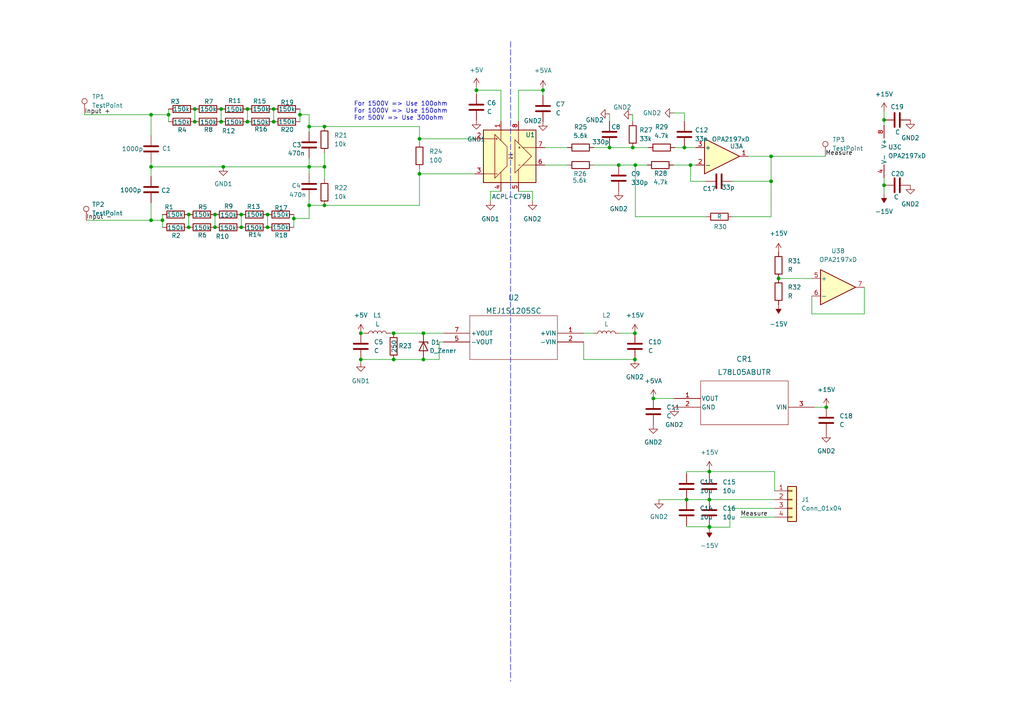
<source format=kicad_sch>
(kicad_sch (version 20211123) (generator eeschema)
  (paper "A4")
  (lib_symbols
    (symbol "Amplifier_Operational:OPA2197xD" (pin_names (offset 0.127))
      (property "Reference" "U" (at 2.54 6.35 0))
      (property "Value" "OPA2197xD" (at 2.54 3.81 0))
      (symbol "OPA2197xD_1_1"
        (polyline (pts (xy 5.08 0) (xy -5.08 5.08) (xy -5.08 -5.08) (xy 5.08 0)) (stroke (width 0.254)) (fill (type background)))
        (pin output line (at 7.62 0 180) (length 2.54) (name "~") (number "1"))
        (pin input line (at -7.62 -2.54 0) (length 2.54) (name "-") (number "2"))
        (pin input line (at -7.62 2.54 0) (length 2.54) (name "+") (number "3"))
      )
      (symbol "OPA2197xD_2_1"
        (polyline (pts (xy 5.08 0) (xy -5.08 5.08) (xy -5.08 -5.08) (xy 5.08 0)) (stroke (width 0.254)) (fill (type background)))
        (pin input line (at -7.62 2.54 0) (length 2.54) (name "+") (number "5"))
        (pin input line (at -7.62 -2.54 0) (length 2.54) (name "-") (number "6"))
        (pin output line (at 7.62 0 180) (length 2.54) (name "~") (number "7"))
      )
      (symbol "OPA2197xD_3_1"
        (pin power_in line (at 0 -7.62 90) (length 3.81) (name "V-") (number "4"))
        (pin power_in line (at 0 7.62 270) (length 3.81) (name "V+") (number "8"))
      )
    )
    (symbol "Connector:TestPoint" (pin_numbers hide) (pin_names (offset 0.762) hide)
      (property "Reference" "TP" (at 0 6.858 0))
      (property "Value" "TestPoint" (at 0 5.08 0))
      (symbol "TestPoint_0_1"
        (circle (center 0 3.302) (radius 0.762))
      )
      (symbol "TestPoint_1_1"
        (pin passive line (at 0 0 90) (length 2.54) (name "1") (number "1"))
      )
    )
    (symbol "Connector_Generic:Conn_01x04" (pin_names (offset 1.016) hide)
      (property "Reference" "J" (at 0 5.08 0))
      (property "Value" "Conn_01x04" (at 0 -7.62 0))
      (symbol "Conn_01x04_1_1"
        (rectangle (start -1.27 -4.953) (end 0 -5.207) (stroke (width 0.1524)))
        (rectangle (start -1.27 -2.413) (end 0 -2.667) (stroke (width 0.1524)))
        (rectangle (start -1.27 0.127) (end 0 -0.127) (stroke (width 0.1524)))
        (rectangle (start -1.27 2.667) (end 0 2.413) (stroke (width 0.1524)))
        (rectangle (start -1.27 3.81) (end 1.27 -6.35) (stroke (width 0.254)) (fill (type background)))
        (pin passive line (at -5.08 2.54 0) (length 3.81) (name "Pin_1") (number "1"))
        (pin passive line (at -5.08 0 0) (length 3.81) (name "Pin_2") (number "2"))
        (pin passive line (at -5.08 -2.54 0) (length 3.81) (name "Pin_3") (number "3"))
        (pin passive line (at -5.08 -5.08 0) (length 3.81) (name "Pin_4") (number "4"))
      )
    )
    (symbol "Device:C" (pin_numbers hide) (pin_names (offset 0.254))
      (property "Reference" "C" (at 0.635 2.54 0))
      (property "Value" "C" (at 0.635 -2.54 0))
      (symbol "C_0_1"
        (polyline (pts (xy -2.032 -0.762) (xy 2.032 -0.762)) (stroke (width 0.508)))
        (polyline (pts (xy -2.032 0.762) (xy 2.032 0.762)) (stroke (width 0.508)))
      )
      (symbol "C_1_1"
        (pin passive line (at 0 3.81 270) (length 2.794) (name "~") (number "1"))
        (pin passive line (at 0 -3.81 90) (length 2.794) (name "~") (number "2"))
      )
    )
    (symbol "Device:D_Zener" (pin_numbers hide) (pin_names (offset 1.016) hide)
      (property "Reference" "D" (at 0 2.54 0))
      (property "Value" "D_Zener" (at 0 -2.54 0))
      (symbol "D_Zener_0_1"
        (polyline (pts (xy 1.27 0) (xy -1.27 0)))
        (polyline (pts (xy -1.27 -1.27) (xy -1.27 1.27) (xy -0.762 1.27)) (stroke (width 0.254)))
        (polyline (pts (xy 1.27 -1.27) (xy 1.27 1.27) (xy -1.27 0) (xy 1.27 -1.27)) (stroke (width 0.254)))
      )
      (symbol "D_Zener_1_1"
        (pin passive line (at -3.81 0 0) (length 2.54) (name "K") (number "1"))
        (pin passive line (at 3.81 0 180) (length 2.54) (name "A") (number "2"))
      )
    )
    (symbol "Device:L" (pin_numbers hide) (pin_names (offset 1.016) hide)
      (property "Reference" "L" (at -1.27 0 90))
      (property "Value" "L" (at 1.905 0 90))
      (symbol "L_0_1"
        (arc (start 0 -2.54) (mid 0.635 -1.905) (end 0 -1.27))
        (arc (start 0 -1.27) (mid 0.635 -0.635) (end 0 0))
        (arc (start 0 0) (mid 0.635 0.635) (end 0 1.27))
        (arc (start 0 1.27) (mid 0.635 1.905) (end 0 2.54))
      )
      (symbol "L_1_1"
        (pin passive line (at 0 3.81 270) (length 1.27) (name "1") (number "1"))
        (pin passive line (at 0 -3.81 90) (length 1.27) (name "2") (number "2"))
      )
    )
    (symbol "Device:R" (pin_numbers hide) (pin_names (offset 0))
      (property "Reference" "R" (at 2.032 0 90))
      (property "Value" "R" (at 0 0 90))
      (symbol "R_0_1"
        (rectangle (start -1.016 -2.54) (end 1.016 2.54) (stroke (width 0.254)))
      )
      (symbol "R_1_1"
        (pin passive line (at 0 3.81 270) (length 1.27) (name "~") (number "1"))
        (pin passive line (at 0 -3.81 90) (length 1.27) (name "~") (number "2"))
      )
    )
    (symbol "Isolator_Analog:ACPL-C79B" (pin_names (offset 0) hide)
      (property "Reference" "U" (at -5.08 10.795 0))
      (property "Value" "ACPL-C79B" (at -5.08 8.89 0))
      (symbol "ACPL-C79B_0_1"
        (rectangle (start -7.62 7.62) (end 7.62 -7.62) (stroke (width 0.254)) (fill (type background)))
        (polyline (pts (xy -7.62 -5.08) (xy -4.318 -5.08)))
        (polyline (pts (xy -7.62 5.08) (xy -4.318 5.08)))
        (polyline (pts (xy -4.318 6.35) (xy -4.318 -6.35)))
        (polyline (pts (xy -4.064 -5.08) (xy -3.556 -5.08)))
        (polyline (pts (xy -4.064 5.08) (xy -3.556 5.08)))
        (polyline (pts (xy -3.81 5.334) (xy -3.81 4.826)))
        (polyline (pts (xy -2.54 -7.62) (xy -2.54 -4.572)))
        (polyline (pts (xy -2.54 7.62) (xy -2.54 4.572)))
        (polyline (pts (xy 2.54 -7.62) (xy 2.54 -3.81)))
        (polyline (pts (xy 2.54 7.62) (xy 2.54 3.81)))
        (polyline (pts (xy 2.794 2.794) (xy 2.794 2.286)))
        (polyline (pts (xy 3.048 -2.54) (xy 2.54 -2.54)))
        (polyline (pts (xy 3.048 2.54) (xy 2.54 2.54)))
        (polyline (pts (xy 7.62 -2.54) (xy 3.81 -2.54)))
        (polyline (pts (xy 7.62 2.54) (xy 3.81 2.54)))
        (polyline (pts (xy 6.35 0) (xy 1.524 -4.826) (xy 1.524 4.826) (xy 6.35 0)))
        (polyline (pts (xy -4.318 -6.35) (xy -0.762 -2.794) (xy -0.762 2.794) (xy -4.318 6.35) (xy -4.318 -6.35)))
        (polyline (pts (xy -0.381 -0.508) (xy 0.889 -0.508) (xy 0.508 -0.635) (xy 0.508 -0.381) (xy 0.889 -0.508)))
        (polyline (pts (xy -0.381 0.508) (xy 0.889 0.508) (xy 0.508 0.381) (xy 0.508 0.635) (xy 0.889 0.508)))
      )
      (symbol "ACPL-C79B_1_1"
        (pin power_in line (at -2.54 10.16 270) (length 2.54) (name "VDD1") (number "1"))
        (pin input line (at -10.16 5.08 0) (length 2.54) (name "IN+") (number "2"))
        (pin input line (at -10.16 -5.08 0) (length 2.54) (name "IN-") (number "3"))
        (pin power_in line (at -2.54 -10.16 90) (length 2.54) (name "GND1") (number "4"))
        (pin power_in line (at 2.54 -10.16 90) (length 2.54) (name "GND2") (number "5"))
        (pin output line (at 10.16 -2.54 180) (length 2.54) (name "OUT-") (number "6"))
        (pin output line (at 10.16 2.54 180) (length 2.54) (name "OUT+") (number "7"))
        (pin power_in line (at 2.54 10.16 270) (length 2.54) (name "VDD2") (number "8"))
      )
    )
    (symbol "L78L05ABUTR:L78L05ABUTR" (pin_names (offset 0.254))
      (property "Reference" "CR" (at 20.32 10.16 0))
      (property "Value" "L78L05ABUTR" (at 20.32 7.62 0))
      (symbol "L78L05ABUTR_0_1"
        (polyline (pts (xy 7.62 -7.62) (xy 33.02 -7.62)) (stroke (width 0.127)))
        (polyline (pts (xy 7.62 5.08) (xy 7.62 -7.62)) (stroke (width 0.127)))
        (polyline (pts (xy 33.02 -7.62) (xy 33.02 5.08)) (stroke (width 0.127)))
        (polyline (pts (xy 33.02 5.08) (xy 7.62 5.08)) (stroke (width 0.127)))
        (pin output line (at 0 0 0) (length 7.62) (name "VOUT") (number "1"))
        (pin power_out line (at 0 -2.54 0) (length 7.62) (name "GND") (number "2"))
        (pin input line (at 40.64 -2.54 180) (length 7.62) (name "VIN") (number "3"))
      )
    )
    (symbol "MEJ1S1505SC:MEJ1S1205SC" (pin_names (offset 0.254))
      (property "Reference" "U" (at 20.32 10.16 0))
      (property "Value" "MEJ1S1205SC" (at 20.32 7.62 0))
      (symbol "MEJ1S1205SC_0_1"
        (polyline (pts (xy 7.62 -7.62) (xy 33.02 -7.62)) (stroke (width 0.127)))
        (polyline (pts (xy 7.62 5.08) (xy 7.62 -7.62)) (stroke (width 0.127)))
        (polyline (pts (xy 33.02 -7.62) (xy 33.02 5.08)) (stroke (width 0.127)))
        (polyline (pts (xy 33.02 5.08) (xy 7.62 5.08)) (stroke (width 0.127)))
        (pin power_in line (at 0 0 0) (length 7.62) (name "+VIN") (number "1"))
        (pin power_in line (at 0 -2.54 0) (length 7.62) (name "-VIN") (number "2"))
        (pin power_in line (at 40.64 -2.54 180) (length 7.62) (name "-VOUT") (number "5"))
        (pin power_in line (at 40.64 0 180) (length 7.62) (name "+VOUT") (number "7"))
      )
    )
    (symbol "power:+15V" (power) (pin_names (offset 0))
      (property "Value" "+15V" (at 0 3.556 0))
      (symbol "+15V_0_1"
        (polyline (pts (xy -0.762 1.27) (xy 0 2.54)))
        (polyline (pts (xy 0 0) (xy 0 2.54)))
        (polyline (pts (xy 0 2.54) (xy 0.762 1.27)))
      )
      (symbol "+15V_1_1"
        (pin power_in line (at 0 0 90) (length 0) hide (name "+15V") (number "1"))
      )
    )
    (symbol "power:+5V" (power) (pin_names (offset 0))
      (property "Value" "+5V" (at 0 3.556 0))
      (symbol "+5V_0_1"
        (polyline (pts (xy -0.762 1.27) (xy 0 2.54)))
        (polyline (pts (xy 0 0) (xy 0 2.54)))
        (polyline (pts (xy 0 2.54) (xy 0.762 1.27)))
      )
      (symbol "+5V_1_1"
        (pin power_in line (at 0 0 90) (length 0) hide (name "+5V") (number "1"))
      )
    )
    (symbol "power:+5VA" (power) (pin_names (offset 0))
      (property "Value" "+5VA" (at 0 3.556 0))
      (symbol "+5VA_0_1"
        (polyline (pts (xy -0.762 1.27) (xy 0 2.54)))
        (polyline (pts (xy 0 0) (xy 0 2.54)))
        (polyline (pts (xy 0 2.54) (xy 0.762 1.27)))
      )
      (symbol "+5VA_1_1"
        (pin power_in line (at 0 0 90) (length 0) hide (name "+5VA") (number "1"))
      )
    )
    (symbol "power:-15V" (power) (pin_names (offset 0))
      (property "Value" "-15V" (at 0 3.81 0))
      (symbol "-15V_0_0"
        (pin power_in line (at 0 0 90) (length 0) hide (name "-15V") (number "1"))
      )
      (symbol "-15V_0_1"
        (polyline (pts (xy 0 0) (xy 0 1.27) (xy 0.762 1.27) (xy 0 2.54) (xy -0.762 1.27) (xy 0 1.27)) (fill (type outline)))
      )
    )
    (symbol "power:GND1" (power) (pin_names (offset 0))
      (property "Value" "GND1" (at 0 -3.81 0))
      (symbol "GND1_0_1"
        (polyline (pts (xy 0 0) (xy 0 -1.27) (xy 1.27 -1.27) (xy 0 -2.54) (xy -1.27 -1.27) (xy 0 -1.27)))
      )
      (symbol "GND1_1_1"
        (pin power_in line (at 0 0 270) (length 0) hide (name "GND1") (number "1"))
      )
    )
    (symbol "power:GND2" (power) (pin_names (offset 0))
      (property "Value" "GND2" (at 0 -3.81 0))
      (symbol "GND2_0_1"
        (polyline (pts (xy 0 0) (xy 0 -1.27) (xy 1.27 -1.27) (xy 0 -2.54) (xy -1.27 -1.27) (xy 0 -1.27)))
      )
      (symbol "GND2_1_1"
        (pin power_in line (at 0 0 270) (length 0) hide (name "GND2") (number "1"))
      )
    )
  )
  (junction (at 56.515 31.623))
  (junction (at 157.48 26.162))
  (junction (at 104.648 96.647))
  (junction (at 47.117 63.881))
  (junction (at 179.451 47.879))
  (junction (at 94.107 36.703))
  (junction (at 48.895 33.274))
  (junction (at 122.809 96.647))
  (junction (at 71.755 31.623))
  (junction (at 205.74 152.781))
  (junction (at 64.135 31.623))
  (junction (at 71.755 35.306))
  (junction (at 77.597 65.913))
  (junction (at 199.136 144.907))
  (junction (at 69.977 65.913))
  (junction (at 183.515 42.799))
  (junction (at 205.74 144.907))
  (junction (at 223.647 45.339))
  (junction (at 121.666 40.259))
  (junction (at 89.662 48.387))
  (junction (at 256.413 53.721))
  (junction (at 205.74 152.908))
  (junction (at 69.977 62.23))
  (junction (at 114.173 104.267))
  (junction (at 62.357 65.913))
  (junction (at 189.484 115.57))
  (junction (at 56.515 35.306))
  (junction (at 64.77 48.387))
  (junction (at 54.737 62.23))
  (junction (at 200.279 47.879))
  (junction (at 77.597 62.23))
  (junction (at 239.649 118.11))
  (junction (at 79.375 35.306))
  (junction (at 43.815 33.274))
  (junction (at 205.74 136.779))
  (junction (at 79.375 31.623))
  (junction (at 225.806 80.772))
  (junction (at 256.413 34.798))
  (junction (at 85.217 63.373))
  (junction (at 94.107 59.563))
  (junction (at 223.647 52.578))
  (junction (at 122.809 104.267))
  (junction (at 184.277 47.879))
  (junction (at 104.648 104.267))
  (junction (at 43.815 63.881))
  (junction (at 121.666 50.419))
  (junction (at 114.173 96.647))
  (junction (at 184.15 96.647))
  (junction (at 89.662 36.703))
  (junction (at 138.176 26.162))
  (junction (at 86.995 33.274))
  (junction (at 176.784 42.799))
  (junction (at 54.737 65.913))
  (junction (at 43.815 48.387))
  (junction (at 184.15 104.267))
  (junction (at 94.107 48.387))
  (junction (at 62.357 62.23))
  (junction (at 198.501 42.799))
  (junction (at 64.135 35.306))
  (junction (at 89.662 59.563))
  (wire (pts (xy 89.662 48.387) (xy 89.662 50.292)))
  (wire (pts (xy 205.74 136.398) (xy 205.74 136.779)))
  (wire (pts (xy 47.117 63.881) (xy 43.815 63.881)))
  (wire (pts (xy 212.344 52.578) (xy 223.647 52.578)))
  (wire (pts (xy 256.413 56.261) (xy 256.413 53.721)))
  (wire (pts (xy 256.413 34.798) (xy 256.413 36.322)))
  (wire (pts (xy 127.381 99.187) (xy 128.651 99.187)))
  (wire (pts (xy 176.784 42.799) (xy 172.212 42.799)))
  (wire (pts (xy 104.648 104.267) (xy 114.173 104.267)))
  (wire (pts (xy 157.48 25.908) (xy 157.48 26.162)))
  (wire (pts (xy 121.666 59.563) (xy 121.666 50.419)))
  (wire (pts (xy 157.48 26.162) (xy 157.48 27.686)))
  (wire (pts (xy 191.135 144.907) (xy 199.136 144.907)))
  (wire (pts (xy 183.515 33.274) (xy 183.515 35.179)))
  (wire (pts (xy 250.698 91.059) (xy 235.458 91.059)))
  (wire (pts (xy 250.698 83.312) (xy 250.698 91.059)))
  (wire (pts (xy 212.471 62.865) (xy 223.647 62.865)))
  (wire (pts (xy 138.176 26.162) (xy 138.176 27.305)))
  (wire (pts (xy 114.173 96.647) (xy 122.809 96.647)))
  (wire (pts (xy 121.666 36.703) (xy 121.666 40.259)))
  (wire (pts (xy 56.515 31.623) (xy 56.515 35.306)))
  (wire (pts (xy 239.649 118.11) (xy 236.22 118.11)))
  (wire (pts (xy 71.755 31.623) (xy 71.755 35.306)))
  (wire (pts (xy 184.277 47.879) (xy 187.706 47.879)))
  (wire (pts (xy 127.381 104.267) (xy 127.381 99.187)))
  (wire (pts (xy 179.451 47.879) (xy 172.212 47.879)))
  (wire (pts (xy 94.107 59.563) (xy 89.662 59.563)))
  (wire (pts (xy 205.74 136.779) (xy 199.136 136.779)))
  (wire (pts (xy 79.375 31.623) (xy 79.375 35.306)))
  (wire (pts (xy 43.815 33.274) (xy 48.895 33.274)))
  (wire (pts (xy 43.815 39.37) (xy 43.815 33.274)))
  (wire (pts (xy 184.15 96.647) (xy 179.705 96.647)))
  (wire (pts (xy 195.707 42.799) (xy 198.501 42.799)))
  (wire (pts (xy 205.74 144.907) (xy 224.663 144.907)))
  (wire (pts (xy 43.815 58.801) (xy 43.815 63.881)))
  (wire (pts (xy 224.663 147.447) (xy 211.709 147.447)))
  (wire (pts (xy 225.806 80.772) (xy 235.458 80.772)))
  (wire (pts (xy 205.74 152.781) (xy 199.136 152.781)))
  (wire (pts (xy 94.107 44.323) (xy 94.107 48.387)))
  (wire (pts (xy 169.291 104.267) (xy 169.291 99.187)))
  (wire (pts (xy 121.666 40.259) (xy 121.666 41.402)))
  (wire (pts (xy 86.995 31.623) (xy 86.995 33.274)))
  (wire (pts (xy 184.277 47.879) (xy 184.277 62.865)))
  (wire (pts (xy 77.597 62.23) (xy 77.597 65.913)))
  (wire (pts (xy 179.451 47.879) (xy 184.277 47.879)))
  (wire (pts (xy 89.662 48.387) (xy 94.107 48.387)))
  (wire (pts (xy 223.647 45.339) (xy 239.395 45.339)))
  (wire (pts (xy 64.135 31.623) (xy 64.135 35.306)))
  (wire (pts (xy 199.136 144.907) (xy 205.74 144.907)))
  (wire (pts (xy 200.279 47.879) (xy 201.803 47.879)))
  (polyline (pts (xy 148.082 12.065) (xy 148.082 197.612)))
  (wire (pts (xy 89.662 59.563) (xy 89.662 63.373)))
  (wire (pts (xy 43.815 46.99) (xy 43.815 48.387)))
  (wire (pts (xy 198.501 42.799) (xy 201.803 42.799)))
  (wire (pts (xy 235.458 91.059) (xy 235.458 85.852)))
  (wire (pts (xy 205.74 136.779) (xy 205.74 137.287)))
  (wire (pts (xy 205.74 136.779) (xy 224.663 136.779)))
  (wire (pts (xy 64.77 48.387) (xy 89.662 48.387)))
  (wire (pts (xy 204.851 62.865) (xy 184.277 62.865)))
  (wire (pts (xy 150.368 35.179) (xy 150.368 26.162)))
  (wire (pts (xy 198.501 32.766) (xy 195.453 32.766)))
  (wire (pts (xy 138.176 25.273) (xy 138.176 26.162)))
  (wire (pts (xy 199.136 136.779) (xy 199.136 137.287)))
  (wire (pts (xy 122.809 104.267) (xy 127.381 104.267)))
  (wire (pts (xy 164.592 47.879) (xy 157.988 47.879)))
  (wire (pts (xy 205.74 152.781) (xy 205.74 152.908)))
  (wire (pts (xy 47.117 63.881) (xy 47.117 65.913)))
  (wire (pts (xy 86.995 33.274) (xy 86.995 35.306)))
  (wire (pts (xy 86.995 33.274) (xy 89.662 33.274)))
  (wire (pts (xy 48.895 31.623) (xy 48.895 33.274)))
  (wire (pts (xy 150.368 26.162) (xy 157.48 26.162)))
  (wire (pts (xy 121.666 49.022) (xy 121.666 50.419)))
  (wire (pts (xy 154.432 55.499) (xy 154.432 58.293)))
  (wire (pts (xy 114.173 104.267) (xy 122.809 104.267)))
  (wire (pts (xy 164.592 42.799) (xy 157.988 42.799)))
  (wire (pts (xy 54.737 62.23) (xy 54.737 65.913)))
  (wire (pts (xy 189.484 115.57) (xy 195.58 115.57)))
  (wire (pts (xy 89.662 63.373) (xy 85.217 63.373)))
  (wire (pts (xy 89.662 36.703) (xy 89.662 38.227)))
  (wire (pts (xy 256.413 53.721) (xy 256.413 51.562)))
  (wire (pts (xy 48.895 33.274) (xy 48.895 35.306)))
  (wire (pts (xy 224.663 136.779) (xy 224.663 142.367)))
  (wire (pts (xy 47.117 62.23) (xy 47.117 63.881)))
  (wire (pts (xy 85.217 63.373) (xy 85.217 65.913)))
  (wire (pts (xy 43.815 48.387) (xy 43.815 51.181)))
  (wire (pts (xy 223.647 45.339) (xy 217.043 45.339)))
  (wire (pts (xy 176.784 33.02) (xy 176.784 35.179)))
  (wire (pts (xy 223.647 45.339) (xy 223.647 52.578)))
  (wire (pts (xy 24.511 32.639) (xy 24.511 33.274)))
  (wire (pts (xy 188.087 42.799) (xy 183.515 42.799)))
  (wire (pts (xy 239.395 45.339) (xy 239.395 45.085)))
  (wire (pts (xy 150.368 55.499) (xy 154.432 55.499)))
  (wire (pts (xy 89.662 33.274) (xy 89.662 36.703)))
  (wire (pts (xy 256.413 32.385) (xy 256.413 34.798)))
  (wire (pts (xy 204.724 52.578) (xy 200.279 52.578)))
  (wire (pts (xy 145.288 35.179) (xy 145.288 26.162)))
  (wire (pts (xy 121.666 40.259) (xy 137.668 40.259)))
  (wire (pts (xy 104.648 96.647) (xy 105.664 96.647)))
  (wire (pts (xy 184.15 104.267) (xy 169.291 104.267)))
  (wire (pts (xy 142.24 55.499) (xy 142.24 58.293)))
  (wire (pts (xy 195.326 47.879) (xy 200.279 47.879)))
  (wire (pts (xy 214.757 149.987) (xy 224.663 149.987)))
  (wire (pts (xy 176.784 42.799) (xy 183.515 42.799)))
  (wire (pts (xy 223.647 52.578) (xy 223.647 62.865)))
  (wire (pts (xy 94.107 36.703) (xy 89.662 36.703)))
  (wire (pts (xy 85.217 62.23) (xy 85.217 63.373)))
  (wire (pts (xy 211.709 147.447) (xy 211.709 152.908)))
  (wire (pts (xy 205.74 152.908) (xy 205.74 153.289)))
  (wire (pts (xy 94.107 48.387) (xy 94.107 51.943)))
  (wire (pts (xy 122.809 96.647) (xy 128.651 96.647)))
  (wire (pts (xy 25.019 63.881) (xy 43.815 63.881)))
  (wire (pts (xy 121.666 50.419) (xy 137.668 50.419)))
  (wire (pts (xy 145.288 26.162) (xy 138.176 26.162)))
  (wire (pts (xy 89.662 45.847) (xy 89.662 48.387)))
  (wire (pts (xy 94.107 36.703) (xy 121.666 36.703)))
  (wire (pts (xy 211.709 152.908) (xy 205.74 152.908)))
  (wire (pts (xy 69.977 62.23) (xy 69.977 65.913)))
  (wire (pts (xy 200.279 52.578) (xy 200.279 47.879)))
  (wire (pts (xy 172.085 96.647) (xy 169.291 96.647)))
  (wire (pts (xy 43.815 48.387) (xy 64.77 48.387)))
  (wire (pts (xy 62.357 62.23) (xy 62.357 65.913)))
  (wire (pts (xy 199.136 152.781) (xy 199.136 152.527)))
  (wire (pts (xy 94.107 59.563) (xy 121.666 59.563)))
  (wire (pts (xy 198.501 35.179) (xy 198.501 32.766)))
  (wire (pts (xy 24.511 33.274) (xy 43.815 33.274)))
  (wire (pts (xy 113.284 96.647) (xy 114.173 96.647)))
  (wire (pts (xy 104.648 105.156) (xy 104.648 104.267)))
  (wire (pts (xy 89.662 57.912) (xy 89.662 59.563)))
  (wire (pts (xy 205.74 152.527) (xy 205.74 152.781)))
  (wire (pts (xy 142.24 55.499) (xy 145.288 55.499)))
  (text "For 1500V => Use 100ohm\nFor 1000V => Use 150ohm\nFor 500V => Use 300ohm" (at 102.616 35.052 0) (effects (font (size 1.27 1.27)) (justify left bottom)))
  (label "Measure" (at 214.757 149.987 0))
  (label "Input +" (at 24.511 33.274 0))
  (label "Measure" (at 239.395 45.339 0))
  (label "Input -" (at 25.019 63.881 0))
  (symbol (lib_id "Device:R") (at 52.705 35.306 90) (unit 1)
    (property "Reference" "R4" (at 52.832 37.719 90))
    (property "Value" "150k" (at 52.705 35.433 90))
    (property "Footprint" "Resistor_SMD:R_1206_3216Metric" (effects hide))
  )
  (symbol (lib_id "Device:R") (at 58.547 65.913 90) (unit 1)
    (property "Reference" "R6" (at 58.674 68.199 90))
    (property "Value" "150k" (at 58.674 66.04 90))
    (property "Footprint" "Resistor_SMD:R_1206_3216Metric" (effects hide))
  )
  (symbol (lib_id "Isolator_Analog:ACPL-C79B") (at 147.828 45.339 0) (unit 1)
    (property "Reference" "U1" (at 153.797 39.116 0))
    (property "Value" "ACPL-C79B" (at 148.336 57.023 0))
    (property "Footprint" "Package_SO:SSO-8_6.8x5.9mm_P1.27mm_Clearance8mm" (effects hide))
    (property "Datasheet" "http://docs.avagotech.com/docs/AV02-2460EN" (effects hide))
  )
  (symbol (lib_id "Device:C") (at 208.534 52.578 90) (unit 1)
    (property "Reference" "C17" (at 205.74 54.737 90))
    (property "Value" "33p" (at 211.201 54.356 90))
    (property "Footprint" "Capacitor_SMD:C_0603_1608Metric" (effects hide))
  )
  (symbol (lib_id "Device:R") (at 81.407 65.913 90) (unit 1)
    (property "Reference" "R18" (at 81.534 68.199 90))
    (property "Value" "150k" (at 81.407 65.913 90))
    (property "Footprint" "Resistor_SMD:R_1206_3216Metric" (effects hide))
  )
  (symbol (lib_id "Amplifier_Operational:OPA2197xD") (at 256.413 43.942 0) (unit 3)
    (property "Reference" "U3" (at 257.556 42.6719 0) (effects (justify left)))
    (property "Value" "OPA2197xD" (at 257.556 45.2119 0) (effects (justify left)))
    (property "Footprint" "Package_SO:SOIC-8_3.9x4.9mm_P1.27mm" (effects hide))
    (property "Datasheet" "http://www.ti.com/lit/ds/symlink/opa2197.pdf" (effects hide))
  )
  (symbol (lib_id "Device:C") (at 138.176 31.115 0) (unit 1)
    (property "Reference" "C6" (at 141.224 29.8449 0) (effects (justify left)))
    (property "Value" "C" (at 141.224 32.3849 0) (effects (justify left)))
    (property "Footprint" "Capacitor_SMD:C_0603_1608Metric" (effects hide))
  )
  (symbol (lib_id "Device:R") (at 114.173 100.457 0) (unit 1)
    (property "Reference" "R23" (at 115.57 100.33 0) (effects (justify left)))
    (property "Value" "250" (at 114.3 102.362 90) (effects (justify left)))
    (property "Footprint" "Resistor_SMD:R_0603_1608Metric" (effects hide))
  )
  (symbol (lib_id "Device:R") (at 121.666 45.212 0) (unit 1)
    (property "Reference" "R24" (at 124.46 43.9419 0) (effects (justify left)))
    (property "Value" "100" (at 124.46 46.4819 0) (effects (justify left)))
    (property "Footprint" "Resistor_SMD:R_0603_1608Metric" (effects hide))
  )
  (symbol (lib_id "Device:C") (at 198.501 38.989 0) (unit 1)
    (property "Reference" "C12" (at 201.549 37.7189 0) (effects (justify left)))
    (property "Value" "33p" (at 201.549 40.2589 0) (effects (justify left)))
    (property "Footprint" "Capacitor_SMD:C_0603_1608Metric" (effects hide))
  )
  (symbol (lib_id "power:+5V") (at 138.176 25.273 0) (unit 1)
    (property "Reference" "#PWR04" (effects hide))
    (property "Value" "+5V" (at 138.176 20.32 0))
  )
  (symbol (lib_id "Device:C") (at 104.648 100.457 0) (unit 1)
    (property "Reference" "C5" (at 108.458 99.1869 0) (effects (justify left)))
    (property "Value" "C" (at 108.458 101.7269 0) (effects (justify left)))
    (property "Footprint" "Capacitor_SMD:C_0603_1608Metric" (effects hide))
  )
  (symbol (lib_id "power:-15V") (at 225.806 88.392 180) (unit 1)
    (property "Reference" "#PWR023" (effects hide))
    (property "Value" "-15V" (at 225.806 93.98 0))
  )
  (symbol (lib_id "Device:R") (at 60.325 35.306 90) (unit 1)
    (property "Reference" "R8" (at 60.452 37.592 90))
    (property "Value" "150k" (at 60.452 35.433 90))
    (property "Footprint" "Resistor_SMD:R_1206_3216Metric" (effects hide))
  )
  (symbol (lib_id "power:GND2") (at 184.15 104.267 0) (unit 1)
    (property "Reference" "#PWR014" (effects hide))
    (property "Value" "GND2" (at 184.15 109.347 0))
  )
  (symbol (lib_id "power:+15V") (at 205.74 136.398 0) (unit 1)
    (property "Reference" "#PWR020" (effects hide))
    (property "Value" "+15V" (at 205.74 131.191 0))
  )
  (symbol (lib_id "Device:C") (at 199.136 148.717 0) (unit 1)
    (property "Reference" "C14" (at 202.946 147.4469 0) (effects (justify left)))
    (property "Value" "10u" (at 202.946 149.9869 0) (effects (justify left)))
    (property "Footprint" "Capacitor_SMD:C_0805_2012Metric" (effects hide))
  )
  (symbol (lib_id "Device:L") (at 109.474 96.647 90) (unit 1)
    (property "Reference" "L1" (at 109.474 91.44 90))
    (property "Value" "L" (at 109.474 93.98 90))
    (property "Footprint" "Inductor_SMD:L_0603_1608Metric" (effects hide))
  )
  (symbol (lib_id "power:GND2") (at 239.649 125.73 0) (unit 1)
    (property "Reference" "#PWR025" (effects hide))
    (property "Value" "GND2" (at 239.649 130.81 0))
  )
  (symbol (lib_id "Device:R") (at 66.167 65.913 90) (unit 1)
    (property "Reference" "R10" (at 64.516 68.58 90))
    (property "Value" "150k" (at 66.167 66.04 90))
    (property "Footprint" "Resistor_SMD:R_1206_3216Metric" (effects hide))
  )
  (symbol (lib_id "Device:C") (at 260.223 53.721 90) (unit 1)
    (property "Reference" "C20" (at 260.35 50.419 90))
    (property "Value" "C" (at 259.969 57.15 90))
    (property "Footprint" "Capacitor_SMD:C_0603_1608Metric" (effects hide))
  )
  (symbol (lib_id "Device:R") (at 225.806 84.582 0) (unit 1)
    (property "Reference" "R32" (at 228.473 83.3119 0) (effects (justify left)))
    (property "Value" "R" (at 228.473 85.8519 0) (effects (justify left)))
    (property "Footprint" "Resistor_SMD:R_0603_1608Metric" (effects hide))
  )
  (symbol (lib_id "power:GND2") (at 195.453 32.766 270) (unit 1)
    (property "Reference" "#PWR018" (effects hide))
    (property "Value" "GND2" (at 191.77 32.7659 90) (effects (justify right)))
  )
  (symbol (lib_id "Device:C") (at 89.662 42.037 0) (unit 1)
    (property "Reference" "C3" (at 84.709 42.037 0) (effects (justify left)))
    (property "Value" "470n" (at 83.439 44.45 0) (effects (justify left)))
    (property "Footprint" "Capacitor_SMD:C_0603_1608Metric" (effects hide))
  )
  (symbol (lib_id "power:+15V") (at 239.649 118.11 0) (unit 1)
    (property "Reference" "#PWR024" (effects hide))
    (property "Value" "+15V" (at 239.649 113.03 0))
  )
  (symbol (lib_id "Device:R") (at 168.402 47.879 90) (unit 1)
    (property "Reference" "R26" (at 168.275 50.419 90))
    (property "Value" "5.6k" (at 168.148 52.324 90))
    (property "Footprint" "Resistor_SMD:R_0603_1608Metric" (effects hide))
  )
  (symbol (lib_id "Device:R") (at 183.515 38.989 0) (unit 1)
    (property "Reference" "R27" (at 185.42 37.7189 0) (effects (justify left)))
    (property "Value" "33k" (at 185.42 40.2589 0) (effects (justify left)))
    (property "Footprint" "Resistor_SMD:R_0603_1608Metric" (effects hide))
  )
  (symbol (lib_id "Connector:TestPoint") (at 25.019 63.881 0) (unit 1)
    (property "Reference" "TP2" (at 26.67 59.3089 0) (effects (justify left)))
    (property "Value" "TestPoint" (at 26.67 61.8489 0) (effects (justify left)))
    (property "Footprint" "TestPoint:TestPoint_Plated_Hole_D2.0mm" (effects hide))
  )
  (symbol (lib_id "Device:R") (at 83.185 35.306 90) (unit 1)
    (property "Reference" "R20" (at 83.312 37.592 90))
    (property "Value" "150k" (at 83.185 35.306 90))
    (property "Footprint" "Resistor_SMD:R_1206_3216Metric" (effects hide))
  )
  (symbol (lib_id "Device:R") (at 83.185 31.623 90) (unit 1)
    (property "Reference" "R19" (at 83.312 29.718 90))
    (property "Value" "150k" (at 83.185 31.623 90))
    (property "Footprint" "Resistor_SMD:R_1206_3216Metric" (effects hide))
  )
  (symbol (lib_id "Device:R") (at 225.806 76.962 0) (unit 1)
    (property "Reference" "R31" (at 228.473 75.6919 0) (effects (justify left)))
    (property "Value" "R" (at 228.473 78.2319 0) (effects (justify left)))
    (property "Footprint" "Resistor_SMD:R_0603_1608Metric" (effects hide))
  )
  (symbol (lib_id "Device:R") (at 208.661 62.865 90) (unit 1)
    (property "Reference" "R30" (at 208.915 65.786 90))
    (property "Value" "R" (at 208.661 62.865 90))
    (property "Footprint" "Resistor_SMD:R_0603_1608Metric" (effects hide))
  )
  (symbol (lib_id "Device:C") (at 189.484 119.38 0) (unit 1)
    (property "Reference" "C11" (at 193.294 118.1099 0) (effects (justify left)))
    (property "Value" "C" (at 193.294 120.6499 0) (effects (justify left)))
    (property "Footprint" "Capacitor_SMD:C_0603_1608Metric" (effects hide))
  )
  (symbol (lib_id "Device:C") (at 43.815 43.18 0) (unit 1)
    (property "Reference" "C1" (at 46.99 43.053 0) (effects (justify left)))
    (property "Value" "1000p" (at 35.306 43.18 0) (effects (justify left)))
    (property "Footprint" "Capacitor_SMD:C_1206_3216Metric" (effects hide))
  )
  (symbol (lib_id "L78L05ABUTR:L78L05ABUTR") (at 195.58 115.57 0) (unit 1)
    (property "Reference" "CR1" (at 215.9 104.14 0) (effects (font (size 1.524 1.524))))
    (property "Value" "L78L05ABUTR" (at 215.9 107.95 0) (effects (font (size 1.524 1.524))))
    (property "Footprint" "footprints:SOT-89_STM" (effects hide))
    (property "Datasheet" "L78L05ABUTR" (effects hide))
  )
  (symbol (lib_id "power:+15V") (at 184.15 96.647 0) (unit 1)
    (property "Reference" "#PWR013" (effects hide))
    (property "Value" "+15V" (at 184.15 91.44 0))
  )
  (symbol (lib_id "power:GND2") (at 179.451 55.499 0) (unit 1)
    (property "Reference" "#PWR011" (effects hide))
    (property "Value" "GND2" (at 179.451 60.579 0))
  )
  (symbol (lib_id "Device:C") (at 205.74 148.717 0) (unit 1)
    (property "Reference" "C16" (at 209.55 147.4469 0) (effects (justify left)))
    (property "Value" "10u" (at 209.55 149.9869 0) (effects (justify left)))
    (property "Footprint" "Capacitor_SMD:C_0805_2012Metric" (effects hide))
  )
  (symbol (lib_id "Device:C") (at 157.48 31.496 0) (unit 1)
    (property "Reference" "C7" (at 161.163 30.2259 0) (effects (justify left)))
    (property "Value" "C" (at 161.163 32.7659 0) (effects (justify left)))
    (property "Footprint" "Capacitor_SMD:C_0603_1608Metric" (effects hide))
  )
  (symbol (lib_id "Connector:TestPoint") (at 24.511 32.639 0) (unit 1)
    (property "Reference" "TP1" (at 26.67 28.0669 0) (effects (justify left)))
    (property "Value" "TestPoint" (at 26.67 30.6069 0) (effects (justify left)))
    (property "Footprint" "TestPoint:TestPoint_Plated_Hole_D2.0mm" (effects hide))
  )
  (symbol (lib_id "Device:R") (at 66.167 62.23 90) (unit 1)
    (property "Reference" "R9" (at 66.294 59.817 90))
    (property "Value" "150k" (at 66.294 62.357 90))
    (property "Footprint" "Resistor_SMD:R_1206_3216Metric" (effects hide))
  )
  (symbol (lib_id "Device:R") (at 52.705 31.623 90) (unit 1)
    (property "Reference" "R3" (at 50.8 29.464 90))
    (property "Value" "150k" (at 52.578 31.623 90))
    (property "Footprint" "Resistor_SMD:R_1206_3216Metric" (effects hide))
  )
  (symbol (lib_id "Device:L") (at 175.895 96.647 90) (unit 1)
    (property "Reference" "L2" (at 175.895 91.44 90))
    (property "Value" "L" (at 175.895 93.98 90))
    (property "Footprint" "Inductor_SMD:L_0603_1608Metric" (effects hide))
  )
  (symbol (lib_id "Device:D_Zener") (at 122.809 100.457 270) (unit 1)
    (property "Reference" "D1" (at 124.968 99.314 90) (effects (justify left)))
    (property "Value" "D_Zener" (at 124.587 101.727 90) (effects (justify left)))
    (property "Footprint" "Diode_SMD:D_0603_1608Metric" (effects hide))
  )
  (symbol (lib_id "Device:R") (at 75.565 31.623 90) (unit 1)
    (property "Reference" "R15" (at 75.311 29.337 90))
    (property "Value" "150k" (at 75.692 31.623 90))
    (property "Footprint" "Resistor_SMD:R_1206_3216Metric" (effects hide))
  )
  (symbol (lib_id "Device:C") (at 260.223 34.798 90) (unit 1)
    (property "Reference" "C19" (at 260.223 30.988 90))
    (property "Value" "C" (at 260.35 38.354 90))
    (property "Footprint" "Capacitor_SMD:C_0603_1608Metric" (effects hide))
  )
  (symbol (lib_id "power:GND2") (at 189.484 123.19 0) (unit 1)
    (property "Reference" "#PWR016" (effects hide))
    (property "Value" "GND2" (at 189.484 128.27 0))
  )
  (symbol (lib_id "power:-15V") (at 205.74 153.289 180) (unit 1)
    (property "Reference" "#PWR021" (effects hide))
    (property "Value" "-15V" (at 205.74 158.242 0))
  )
  (symbol (lib_id "power:+5VA") (at 189.484 115.57 0) (unit 1)
    (property "Reference" "#PWR015" (effects hide))
    (property "Value" "+5VA" (at 189.484 110.49 0))
  )
  (symbol (lib_id "Device:C") (at 239.649 121.92 0) (unit 1)
    (property "Reference" "C18" (at 243.459 120.6499 0) (effects (justify left)))
    (property "Value" "C" (at 243.459 123.1899 0) (effects (justify left)))
    (property "Footprint" "Capacitor_SMD:C_0603_1608Metric" (effects hide))
  )
  (symbol (lib_id "Device:R") (at 94.107 55.753 0) (unit 1)
    (property "Reference" "R22" (at 96.901 54.4829 0) (effects (justify left)))
    (property "Value" "10k" (at 96.901 57.0229 0) (effects (justify left)))
    (property "Footprint" "Resistor_SMD:R_0603_1608Metric" (effects hide))
  )
  (symbol (lib_id "Device:R") (at 58.547 62.23 90) (unit 1)
    (property "Reference" "R5" (at 58.801 60.071 90))
    (property "Value" "150k" (at 58.674 62.23 90))
    (property "Footprint" "Resistor_SMD:R_1206_3216Metric" (effects hide))
  )
  (symbol (lib_id "Device:R") (at 81.407 62.23 90) (unit 1)
    (property "Reference" "R17" (at 81.534 60.325 90))
    (property "Value" "150k" (at 81.407 62.23 90))
    (property "Footprint" "Resistor_SMD:R_1206_3216Metric" (effects hide))
  )
  (symbol (lib_id "power:GND2") (at 183.515 33.274 270) (unit 1)
    (property "Reference" "#PWR012" (effects hide))
    (property "Value" "GND2" (at 183.134 31.115 90) (effects (justify right)))
  )
  (symbol (lib_id "Device:C") (at 43.815 54.991 0) (unit 1)
    (property "Reference" "C2" (at 46.736 55.245 0) (effects (justify left)))
    (property "Value" "1000p" (at 34.798 55.118 0) (effects (justify left)))
    (property "Footprint" "Capacitor_SMD:C_1206_3216Metric" (effects hide))
  )
  (symbol (lib_id "Device:R") (at 60.325 31.623 90) (unit 1)
    (property "Reference" "R7" (at 60.579 29.464 90))
    (property "Value" "150k" (at 60.452 31.623 90))
    (property "Footprint" "Resistor_SMD:R_1206_3216Metric" (effects hide))
  )
  (symbol (lib_id "power:+5VA") (at 157.48 25.908 0) (unit 1)
    (property "Reference" "#PWR08" (effects hide))
    (property "Value" "+5VA" (at 157.48 20.447 0))
  )
  (symbol (lib_id "power:GND1") (at 104.648 105.156 0) (unit 1)
    (property "Reference" "#PWR03" (effects hide))
    (property "Value" "GND1" (at 104.648 110.49 0))
  )
  (symbol (lib_id "Device:R") (at 50.927 65.913 90) (unit 1)
    (property "Reference" "R2" (at 51.054 68.326 90))
    (property "Value" "150k" (at 50.927 66.04 90))
    (property "Footprint" "Resistor_SMD:R_1206_3216Metric" (effects hide))
  )
  (symbol (lib_id "power:+15V") (at 225.806 73.152 0) (unit 1)
    (property "Reference" "#PWR022" (effects hide))
    (property "Value" "+15V" (at 225.806 67.691 0))
  )
  (symbol (lib_id "Amplifier_Operational:OPA2197xD") (at 243.078 83.312 0) (unit 2)
    (property "Reference" "U3" (at 243.078 72.771 0))
    (property "Value" "OPA2197xD" (at 243.078 75.311 0))
    (property "Footprint" "Package_SO:SOIC-8_3.9x4.9mm_P1.27mm" (effects hide))
    (property "Datasheet" "http://www.ti.com/lit/ds/symlink/opa2197.pdf" (effects hide))
  )
  (symbol (lib_id "Device:C") (at 205.74 141.097 0) (unit 1)
    (property "Reference" "C15" (at 209.55 139.8269 0) (effects (justify left)))
    (property "Value" "10u" (at 209.55 142.3669 0) (effects (justify left)))
    (property "Footprint" "Capacitor_SMD:C_0805_2012Metric" (effects hide))
  )
  (symbol (lib_id "power:GND2") (at 176.784 33.02 270) (unit 1)
    (property "Reference" "#PWR010" (effects hide))
    (property "Value" "GND2" (at 175.133 34.798 90) (effects (justify right)))
  )
  (symbol (lib_id "power:GND2") (at 154.432 58.293 0) (unit 1)
    (property "Reference" "#PWR07" (effects hide))
    (property "Value" "GND2" (at 154.432 63.5 0))
  )
  (symbol (lib_id "Connector_Generic:Conn_01x04") (at 229.743 144.907 0) (unit 1)
    (property "Reference" "J1" (at 232.41 144.9069 0) (effects (justify left)))
    (property "Value" "Conn_01x04" (at 232.41 147.4469 0) (effects (justify left)))
    (property "Footprint" "Connector_PinSocket_2.54mm:PinSocket_1x04_P2.54mm_Vertical" (effects hide))
  )
  (symbol (lib_id "Amplifier_Operational:OPA2197xD") (at 209.423 45.339 0) (unit 1)
    (property "Reference" "U3" (at 213.614 42.418 0))
    (property "Value" "OPA2197xD" (at 211.963 40.386 0))
    (property "Footprint" "Package_SO:SOIC-8_3.9x4.9mm_P1.27mm" (effects hide))
    (property "Datasheet" "http://www.ti.com/lit/ds/symlink/opa2197.pdf" (effects hide))
  )
  (symbol (lib_id "Device:C") (at 89.662 54.102 0) (unit 1)
    (property "Reference" "C4" (at 84.582 53.848 0) (effects (justify left)))
    (property "Value" "470n" (at 83.82 56.515 0) (effects (justify left)))
    (property "Footprint" "Capacitor_SMD:C_0603_1608Metric" (effects hide))
  )
  (symbol (lib_id "Device:R") (at 73.787 65.913 90) (unit 1)
    (property "Reference" "R14" (at 73.914 68.072 90))
    (property "Value" "150k" (at 73.787 66.04 90))
    (property "Footprint" "Resistor_SMD:R_1206_3216Metric" (effects hide))
  )
  (symbol (lib_id "power:GND2") (at 264.033 34.798 0) (unit 1)
    (property "Reference" "#PWR028" (effects hide))
    (property "Value" "GND2" (at 264.033 40.005 0))
  )
  (symbol (lib_id "power:GND1") (at 142.24 58.293 0) (unit 1)
    (property "Reference" "#PWR06" (effects hide))
    (property "Value" "GND1" (at 142.24 63.5 0))
  )
  (symbol (lib_id "Device:R") (at 50.927 62.23 90) (unit 1)
    (property "Reference" "R1" (at 49.022 60.071 90))
    (property "Value" "150k" (at 50.8 62.23 90))
    (property "Footprint" "Resistor_SMD:R_1206_3216Metric" (effects hide))
  )
  (symbol (lib_id "Device:C") (at 176.784 38.989 0) (unit 1)
    (property "Reference" "C8" (at 177.292 36.83 0) (effects (justify left)))
    (property "Value" "330p" (at 171.704 41.148 0) (effects (justify left)))
    (property "Footprint" "Capacitor_SMD:C_0603_1608Metric" (effects hide))
  )
  (symbol (lib_id "power:GND2") (at 191.135 144.907 0) (unit 1)
    (property "Reference" "#PWR017" (effects hide))
    (property "Value" "GND2" (at 191.135 149.86 0))
  )
  (symbol (lib_id "Device:R") (at 67.945 35.306 90) (unit 1)
    (property "Reference" "R12" (at 66.294 37.973 90))
    (property "Value" "150k" (at 67.945 35.433 90))
    (property "Footprint" "Resistor_SMD:R_1206_3216Metric" (effects hide))
  )
  (symbol (lib_id "Device:C") (at 184.15 100.457 0) (unit 1)
    (property "Reference" "C10" (at 187.96 99.1869 0) (effects (justify left)))
    (property "Value" "C" (at 187.96 101.7269 0) (effects (justify left)))
    (property "Footprint" "Capacitor_SMD:C_0603_1608Metric" (effects hide))
  )
  (symbol (lib_id "Connector:TestPoint") (at 239.395 45.085 0) (unit 1)
    (property "Reference" "TP3" (at 241.427 40.5129 0) (effects (justify left)))
    (property "Value" "TestPoint" (at 241.427 43.0529 0) (effects (justify left)))
    (property "Footprint" "TestPoint:TestPoint_Plated_Hole_D2.0mm" (effects hide))
  )
  (symbol (lib_id "power:+15V") (at 256.413 32.385 0) (unit 1)
    (property "Reference" "#PWR026" (effects hide))
    (property "Value" "+15V" (at 256.413 27.305 0))
  )
  (symbol (lib_id "Device:R") (at 94.107 40.513 0) (unit 1)
    (property "Reference" "R21" (at 96.901 39.2429 0) (effects (justify left)))
    (property "Value" "10k" (at 96.901 41.7829 0) (effects (justify left)))
    (property "Footprint" "Resistor_SMD:R_0603_1608Metric" (effects hide))
  )
  (symbol (lib_id "MEJ1S1505SC:MEJ1S1205SC") (at 169.291 96.647 0) (mirror y) (unit 1)
    (property "Reference" "U2" (at 148.971 86.36 0) (effects (font (size 1.524 1.524))))
    (property "Value" "MEJ1S1205SC" (at 148.971 90.17 0) (effects (font (size 1.524 1.524))))
    (property "Footprint" "footprints:SIP4_MEJ1S_MUR" (effects hide))
    (property "Datasheet" "MEJ1S1205SC" (effects hide))
  )
  (symbol (lib_id "Device:R") (at 67.945 31.623 90) (unit 1)
    (property "Reference" "R11" (at 68.072 29.21 90))
    (property "Value" "150k" (at 68.072 31.75 90))
    (property "Footprint" "Resistor_SMD:R_1206_3216Metric" (effects hide))
  )
  (symbol (lib_id "Device:R") (at 75.565 35.306 90) (unit 1)
    (property "Reference" "R16" (at 75.692 37.465 90))
    (property "Value" "150k" (at 75.565 35.433 90))
    (property "Footprint" "Resistor_SMD:R_1206_3216Metric" (effects hide))
  )
  (symbol (lib_id "Device:C") (at 199.136 141.097 0) (unit 1)
    (property "Reference" "C13" (at 202.946 139.8269 0) (effects (justify left)))
    (property "Value" "10u" (at 202.946 142.3669 0) (effects (justify left)))
    (property "Footprint" "Capacitor_SMD:C_0805_2012Metric" (effects hide))
  )
  (symbol (lib_id "Device:R") (at 191.516 47.879 90) (unit 1)
    (property "Reference" "R28" (at 191.643 50.292 90))
    (property "Value" "4.7k" (at 191.643 52.832 90))
    (property "Footprint" "Resistor_SMD:R_0603_1608Metric" (effects hide))
  )
  (symbol (lib_id "power:GND2") (at 157.48 35.306 0) (unit 1)
    (property "Reference" "#PWR09" (effects hide))
    (property "Value" "GND2" (at 154.559 35.052 0))
  )
  (symbol (lib_id "power:+5V") (at 104.648 96.647 0) (unit 1)
    (property "Reference" "#PWR02" (effects hide))
    (property "Value" "+5V" (at 104.648 91.44 0))
  )
  (symbol (lib_id "Device:R") (at 191.897 42.799 90) (unit 1)
    (property "Reference" "R29" (at 191.897 36.83 90))
    (property "Value" "4.7k" (at 191.897 39.37 90))
    (property "Footprint" "Resistor_SMD:R_0603_1608Metric" (effects hide))
  )
  (symbol (lib_id "Device:C") (at 179.451 51.689 0) (unit 1)
    (property "Reference" "C9" (at 183.007 50.4189 0) (effects (justify left)))
    (property "Value" "330p" (at 183.007 52.9589 0) (effects (justify left)))
    (property "Footprint" "Capacitor_SMD:C_0603_1608Metric" (effects hide))
  )
  (symbol (lib_id "power:GND1") (at 138.176 34.925 0) (unit 1)
    (property "Reference" "#PWR05" (effects hide))
    (property "Value" "GND1" (at 138.176 40.386 0))
  )
  (symbol (lib_id "power:GND2") (at 195.58 118.11 0) (unit 1)
    (property "Reference" "#PWR019" (effects hide))
    (property "Value" "GND2" (at 195.58 123.19 0))
  )
  (symbol (lib_id "power:GND1") (at 64.77 48.387 0) (unit 1)
    (property "Reference" "#PWR01" (effects hide))
    (property "Value" "GND1" (at 64.77 53.34 0))
  )
  (symbol (lib_id "power:-15V") (at 256.413 56.261 180) (unit 1)
    (property "Reference" "#PWR027" (effects hide))
    (property "Value" "-15V" (at 256.413 61.341 0))
  )
  (symbol (lib_id "power:GND2") (at 264.033 53.721 0) (unit 1)
    (property "Reference" "#PWR029" (effects hide))
    (property "Value" "GND2" (at 264.033 59.182 0))
  )
  (symbol (lib_id "Device:R") (at 73.787 62.23 90) (unit 1)
    (property "Reference" "R13" (at 73.533 59.944 90))
    (property "Value" "150k" (at 73.914 62.23 90))
    (property "Footprint" "Resistor_SMD:R_1206_3216Metric" (effects hide))
  )
  (symbol (lib_id "Device:R") (at 168.402 42.799 90) (unit 1)
    (property "Reference" "R25" (at 168.402 36.83 90))
    (property "Value" "5.6k" (at 168.402 39.37 90))
    (property "Footprint" "Resistor_SMD:R_0603_1608Metric" (effects hide))
  )
)
</source>
